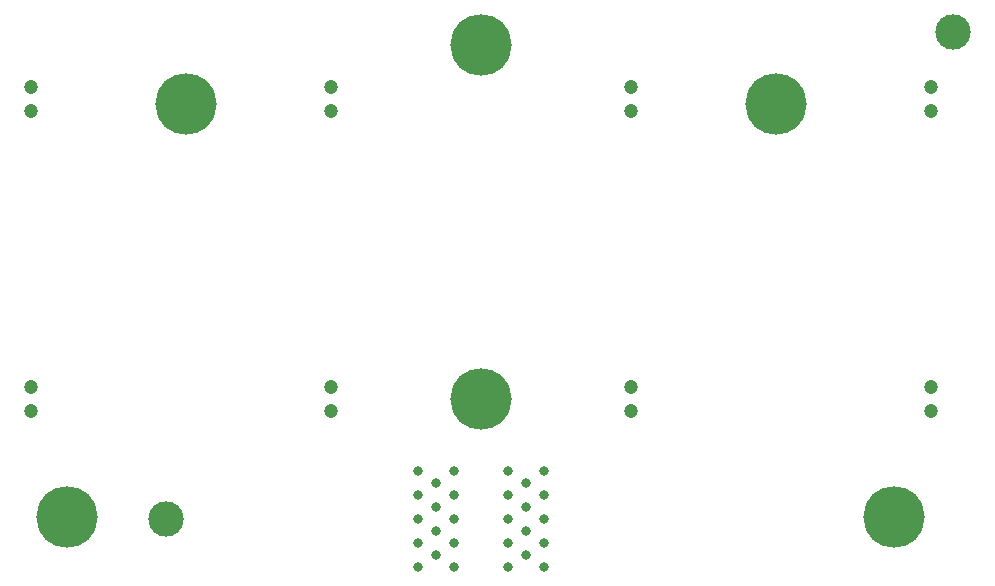
<source format=gbs>
G04*
G04 #@! TF.GenerationSoftware,Altium Limited,Altium Designer,20.1.14 (287)*
G04*
G04 Layer_Color=16711935*
%FSLAX25Y25*%
%MOIN*%
G70*
G04*
G04 #@! TF.SameCoordinates,7963FD37-A3EF-41C6-90A3-C7C30B782ED2*
G04*
G04*
G04 #@! TF.FilePolarity,Negative*
G04*
G01*
G75*
%ADD19C,0.11811*%
%ADD22C,0.04737*%
%ADD23C,0.02800*%
%ADD24C,0.20485*%
%ADD25C,0.03300*%
%ADD26C,0.20472*%
D19*
X195000Y160000D02*
D03*
X457500Y322500D02*
D03*
D22*
X350000Y196000D02*
D03*
Y204000D02*
D03*
X450000Y196000D02*
D03*
Y204000D02*
D03*
Y304000D02*
D03*
Y296000D02*
D03*
X350000Y304000D02*
D03*
Y296000D02*
D03*
X150000Y304000D02*
D03*
Y296000D02*
D03*
X250000Y304000D02*
D03*
Y296000D02*
D03*
Y196000D02*
D03*
Y204000D02*
D03*
X150000Y196000D02*
D03*
Y204000D02*
D03*
D23*
X306000Y312110D02*
D03*
X294000D02*
D03*
Y324110D02*
D03*
X291500Y318110D02*
D03*
X300000Y309610D02*
D03*
X306000Y324110D02*
D03*
X308500Y318110D02*
D03*
X300000Y326610D02*
D03*
X162205Y169130D02*
D03*
X170705Y160630D02*
D03*
X168205Y166630D02*
D03*
X162205Y152130D02*
D03*
X153705Y160630D02*
D03*
X156205Y166630D02*
D03*
Y154630D02*
D03*
X168205D02*
D03*
X437795Y169130D02*
D03*
X446295Y160630D02*
D03*
X443795Y166630D02*
D03*
X437795Y152130D02*
D03*
X429295Y160630D02*
D03*
X431795Y166630D02*
D03*
Y154630D02*
D03*
X443795D02*
D03*
D24*
X300000Y318110D02*
D03*
X162205Y160630D02*
D03*
X437795D02*
D03*
D25*
X321000Y152000D02*
D03*
Y144000D02*
D03*
Y160000D02*
D03*
Y168000D02*
D03*
Y176000D02*
D03*
X315000Y148000D02*
D03*
Y156000D02*
D03*
Y164000D02*
D03*
Y172000D02*
D03*
X309000Y152000D02*
D03*
Y144000D02*
D03*
Y160000D02*
D03*
Y168000D02*
D03*
Y176000D02*
D03*
X279000Y144000D02*
D03*
Y152000D02*
D03*
Y176000D02*
D03*
Y168000D02*
D03*
Y160000D02*
D03*
X285000Y148000D02*
D03*
Y156000D02*
D03*
Y164000D02*
D03*
Y172000D02*
D03*
X291000Y144000D02*
D03*
Y152000D02*
D03*
Y176000D02*
D03*
Y168000D02*
D03*
Y160000D02*
D03*
D26*
X201575Y298425D02*
D03*
X300000Y200000D02*
D03*
X398425Y298425D02*
D03*
M02*

</source>
